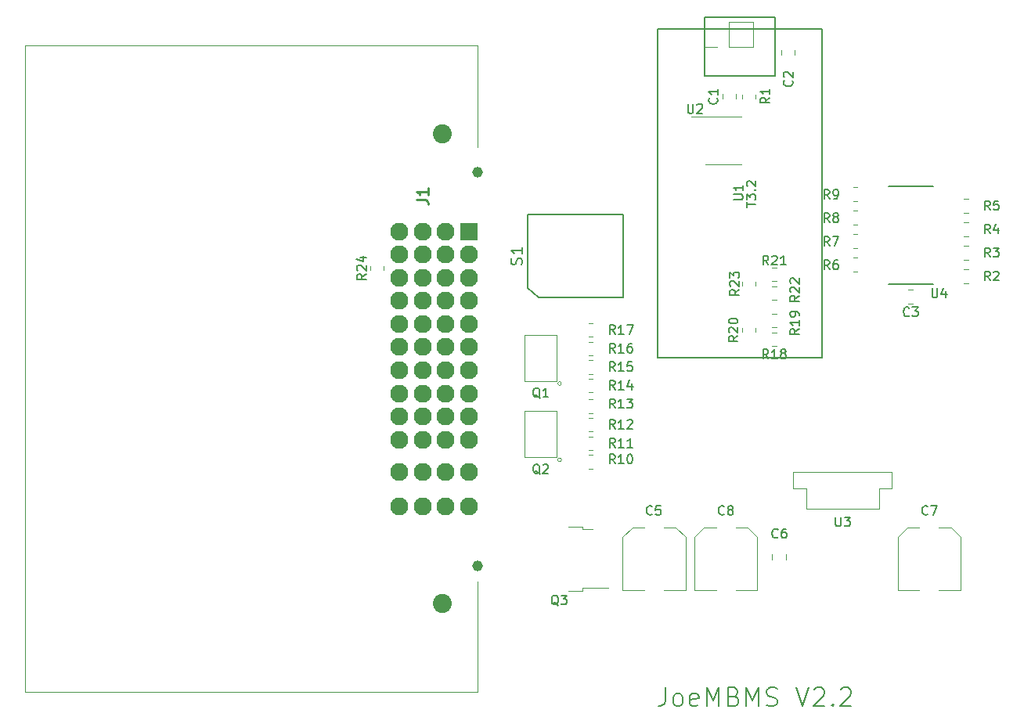
<source format=gbr>
%TF.GenerationSoftware,KiCad,Pcbnew,6.0.7+dfsg-1build1*%
%TF.CreationDate,2023-01-16T17:35:32+01:00*%
%TF.ProjectId,JoeMBMS_V2.2,4a6f654d-424d-4535-9f56-322e322e6b69,rev?*%
%TF.SameCoordinates,Original*%
%TF.FileFunction,Legend,Top*%
%TF.FilePolarity,Positive*%
%FSLAX46Y46*%
G04 Gerber Fmt 4.6, Leading zero omitted, Abs format (unit mm)*
G04 Created by KiCad (PCBNEW 6.0.7+dfsg-1build1) date 2023-01-16 17:35:32*
%MOMM*%
%LPD*%
G01*
G04 APERTURE LIST*
%ADD10C,0.150000*%
%ADD11C,0.254000*%
%ADD12C,0.120000*%
%ADD13C,0.152400*%
%ADD14C,0.100000*%
%ADD15R,1.950000X1.950000*%
%ADD16C,1.950000*%
%ADD17C,1.150000*%
%ADD18C,2.050000*%
G04 APERTURE END LIST*
D10*
X133960714Y-124429761D02*
X133960714Y-125858333D01*
X133865476Y-126144047D01*
X133675000Y-126334523D01*
X133389285Y-126429761D01*
X133198809Y-126429761D01*
X135198809Y-126429761D02*
X135008333Y-126334523D01*
X134913095Y-126239285D01*
X134817857Y-126048809D01*
X134817857Y-125477380D01*
X134913095Y-125286904D01*
X135008333Y-125191666D01*
X135198809Y-125096428D01*
X135484523Y-125096428D01*
X135675000Y-125191666D01*
X135770238Y-125286904D01*
X135865476Y-125477380D01*
X135865476Y-126048809D01*
X135770238Y-126239285D01*
X135675000Y-126334523D01*
X135484523Y-126429761D01*
X135198809Y-126429761D01*
X137484523Y-126334523D02*
X137294047Y-126429761D01*
X136913095Y-126429761D01*
X136722619Y-126334523D01*
X136627380Y-126144047D01*
X136627380Y-125382142D01*
X136722619Y-125191666D01*
X136913095Y-125096428D01*
X137294047Y-125096428D01*
X137484523Y-125191666D01*
X137579761Y-125382142D01*
X137579761Y-125572619D01*
X136627380Y-125763095D01*
X138436904Y-126429761D02*
X138436904Y-124429761D01*
X139103571Y-125858333D01*
X139770238Y-124429761D01*
X139770238Y-126429761D01*
X141389285Y-125382142D02*
X141675000Y-125477380D01*
X141770238Y-125572619D01*
X141865476Y-125763095D01*
X141865476Y-126048809D01*
X141770238Y-126239285D01*
X141675000Y-126334523D01*
X141484523Y-126429761D01*
X140722619Y-126429761D01*
X140722619Y-124429761D01*
X141389285Y-124429761D01*
X141579761Y-124525000D01*
X141675000Y-124620238D01*
X141770238Y-124810714D01*
X141770238Y-125001190D01*
X141675000Y-125191666D01*
X141579761Y-125286904D01*
X141389285Y-125382142D01*
X140722619Y-125382142D01*
X142722619Y-126429761D02*
X142722619Y-124429761D01*
X143389285Y-125858333D01*
X144055952Y-124429761D01*
X144055952Y-126429761D01*
X144913095Y-126334523D02*
X145198809Y-126429761D01*
X145675000Y-126429761D01*
X145865476Y-126334523D01*
X145960714Y-126239285D01*
X146055952Y-126048809D01*
X146055952Y-125858333D01*
X145960714Y-125667857D01*
X145865476Y-125572619D01*
X145675000Y-125477380D01*
X145294047Y-125382142D01*
X145103571Y-125286904D01*
X145008333Y-125191666D01*
X144913095Y-125001190D01*
X144913095Y-124810714D01*
X145008333Y-124620238D01*
X145103571Y-124525000D01*
X145294047Y-124429761D01*
X145770238Y-124429761D01*
X146055952Y-124525000D01*
X148151190Y-124429761D02*
X148817857Y-126429761D01*
X149484523Y-124429761D01*
X150055952Y-124620238D02*
X150151190Y-124525000D01*
X150341666Y-124429761D01*
X150817857Y-124429761D01*
X151008333Y-124525000D01*
X151103571Y-124620238D01*
X151198809Y-124810714D01*
X151198809Y-125001190D01*
X151103571Y-125286904D01*
X149960714Y-126429761D01*
X151198809Y-126429761D01*
X152055952Y-126239285D02*
X152151190Y-126334523D01*
X152055952Y-126429761D01*
X151960714Y-126334523D01*
X152055952Y-126239285D01*
X152055952Y-126429761D01*
X152913095Y-124620238D02*
X153008333Y-124525000D01*
X153198809Y-124429761D01*
X153675000Y-124429761D01*
X153865476Y-124525000D01*
X153960714Y-124620238D01*
X154055952Y-124810714D01*
X154055952Y-125001190D01*
X153960714Y-125286904D01*
X152817857Y-126429761D01*
X154055952Y-126429761D01*
%TO.C,C5*%
X132533333Y-105657142D02*
X132485714Y-105704761D01*
X132342857Y-105752380D01*
X132247619Y-105752380D01*
X132104761Y-105704761D01*
X132009523Y-105609523D01*
X131961904Y-105514285D01*
X131914285Y-105323809D01*
X131914285Y-105180952D01*
X131961904Y-104990476D01*
X132009523Y-104895238D01*
X132104761Y-104800000D01*
X132247619Y-104752380D01*
X132342857Y-104752380D01*
X132485714Y-104800000D01*
X132533333Y-104847619D01*
X133438095Y-104752380D02*
X132961904Y-104752380D01*
X132914285Y-105228571D01*
X132961904Y-105180952D01*
X133057142Y-105133333D01*
X133295238Y-105133333D01*
X133390476Y-105180952D01*
X133438095Y-105228571D01*
X133485714Y-105323809D01*
X133485714Y-105561904D01*
X133438095Y-105657142D01*
X133390476Y-105704761D01*
X133295238Y-105752380D01*
X133057142Y-105752380D01*
X132961904Y-105704761D01*
X132914285Y-105657142D01*
%TO.C,C6*%
X146133333Y-108157142D02*
X146085714Y-108204761D01*
X145942857Y-108252380D01*
X145847619Y-108252380D01*
X145704761Y-108204761D01*
X145609523Y-108109523D01*
X145561904Y-108014285D01*
X145514285Y-107823809D01*
X145514285Y-107680952D01*
X145561904Y-107490476D01*
X145609523Y-107395238D01*
X145704761Y-107300000D01*
X145847619Y-107252380D01*
X145942857Y-107252380D01*
X146085714Y-107300000D01*
X146133333Y-107347619D01*
X146990476Y-107252380D02*
X146800000Y-107252380D01*
X146704761Y-107300000D01*
X146657142Y-107347619D01*
X146561904Y-107490476D01*
X146514285Y-107680952D01*
X146514285Y-108061904D01*
X146561904Y-108157142D01*
X146609523Y-108204761D01*
X146704761Y-108252380D01*
X146895238Y-108252380D01*
X146990476Y-108204761D01*
X147038095Y-108157142D01*
X147085714Y-108061904D01*
X147085714Y-107823809D01*
X147038095Y-107728571D01*
X146990476Y-107680952D01*
X146895238Y-107633333D01*
X146704761Y-107633333D01*
X146609523Y-107680952D01*
X146561904Y-107728571D01*
X146514285Y-107823809D01*
%TO.C,R6*%
X151725333Y-79192380D02*
X151392000Y-78716190D01*
X151153904Y-79192380D02*
X151153904Y-78192380D01*
X151534857Y-78192380D01*
X151630095Y-78240000D01*
X151677714Y-78287619D01*
X151725333Y-78382857D01*
X151725333Y-78525714D01*
X151677714Y-78620952D01*
X151630095Y-78668571D01*
X151534857Y-78716190D01*
X151153904Y-78716190D01*
X152582476Y-78192380D02*
X152392000Y-78192380D01*
X152296761Y-78240000D01*
X152249142Y-78287619D01*
X152153904Y-78430476D01*
X152106285Y-78620952D01*
X152106285Y-79001904D01*
X152153904Y-79097142D01*
X152201523Y-79144761D01*
X152296761Y-79192380D01*
X152487238Y-79192380D01*
X152582476Y-79144761D01*
X152630095Y-79097142D01*
X152677714Y-79001904D01*
X152677714Y-78763809D01*
X152630095Y-78668571D01*
X152582476Y-78620952D01*
X152487238Y-78573333D01*
X152296761Y-78573333D01*
X152201523Y-78620952D01*
X152153904Y-78668571D01*
X152106285Y-78763809D01*
%TO.C,R18*%
X145107142Y-88852380D02*
X144773809Y-88376190D01*
X144535714Y-88852380D02*
X144535714Y-87852380D01*
X144916666Y-87852380D01*
X145011904Y-87900000D01*
X145059523Y-87947619D01*
X145107142Y-88042857D01*
X145107142Y-88185714D01*
X145059523Y-88280952D01*
X145011904Y-88328571D01*
X144916666Y-88376190D01*
X144535714Y-88376190D01*
X146059523Y-88852380D02*
X145488095Y-88852380D01*
X145773809Y-88852380D02*
X145773809Y-87852380D01*
X145678571Y-87995238D01*
X145583333Y-88090476D01*
X145488095Y-88138095D01*
X146630952Y-88280952D02*
X146535714Y-88233333D01*
X146488095Y-88185714D01*
X146440476Y-88090476D01*
X146440476Y-88042857D01*
X146488095Y-87947619D01*
X146535714Y-87900000D01*
X146630952Y-87852380D01*
X146821428Y-87852380D01*
X146916666Y-87900000D01*
X146964285Y-87947619D01*
X147011904Y-88042857D01*
X147011904Y-88090476D01*
X146964285Y-88185714D01*
X146916666Y-88233333D01*
X146821428Y-88280952D01*
X146630952Y-88280952D01*
X146535714Y-88328571D01*
X146488095Y-88376190D01*
X146440476Y-88471428D01*
X146440476Y-88661904D01*
X146488095Y-88757142D01*
X146535714Y-88804761D01*
X146630952Y-88852380D01*
X146821428Y-88852380D01*
X146916666Y-88804761D01*
X146964285Y-88757142D01*
X147011904Y-88661904D01*
X147011904Y-88471428D01*
X146964285Y-88376190D01*
X146916666Y-88328571D01*
X146821428Y-88280952D01*
%TO.C,U4*%
X162814095Y-81240380D02*
X162814095Y-82049904D01*
X162861714Y-82145142D01*
X162909333Y-82192761D01*
X163004571Y-82240380D01*
X163195047Y-82240380D01*
X163290285Y-82192761D01*
X163337904Y-82145142D01*
X163385523Y-82049904D01*
X163385523Y-81240380D01*
X164290285Y-81573714D02*
X164290285Y-82240380D01*
X164052190Y-81192761D02*
X163814095Y-81907047D01*
X164433142Y-81907047D01*
%TO.C,U3*%
X152378095Y-105992380D02*
X152378095Y-106801904D01*
X152425714Y-106897142D01*
X152473333Y-106944761D01*
X152568571Y-106992380D01*
X152759047Y-106992380D01*
X152854285Y-106944761D01*
X152901904Y-106897142D01*
X152949523Y-106801904D01*
X152949523Y-105992380D01*
X153330476Y-105992380D02*
X153949523Y-105992380D01*
X153616190Y-106373333D01*
X153759047Y-106373333D01*
X153854285Y-106420952D01*
X153901904Y-106468571D01*
X153949523Y-106563809D01*
X153949523Y-106801904D01*
X153901904Y-106897142D01*
X153854285Y-106944761D01*
X153759047Y-106992380D01*
X153473333Y-106992380D01*
X153378095Y-106944761D01*
X153330476Y-106897142D01*
%TO.C,R7*%
X151725333Y-76652380D02*
X151392000Y-76176190D01*
X151153904Y-76652380D02*
X151153904Y-75652380D01*
X151534857Y-75652380D01*
X151630095Y-75700000D01*
X151677714Y-75747619D01*
X151725333Y-75842857D01*
X151725333Y-75985714D01*
X151677714Y-76080952D01*
X151630095Y-76128571D01*
X151534857Y-76176190D01*
X151153904Y-76176190D01*
X152058666Y-75652380D02*
X152725333Y-75652380D01*
X152296761Y-76652380D01*
%TO.C,Q3*%
X122404761Y-115547619D02*
X122309523Y-115500000D01*
X122214285Y-115404761D01*
X122071428Y-115261904D01*
X121976190Y-115214285D01*
X121880952Y-115214285D01*
X121928571Y-115452380D02*
X121833333Y-115404761D01*
X121738095Y-115309523D01*
X121690476Y-115119047D01*
X121690476Y-114785714D01*
X121738095Y-114595238D01*
X121833333Y-114500000D01*
X121928571Y-114452380D01*
X122119047Y-114452380D01*
X122214285Y-114500000D01*
X122309523Y-114595238D01*
X122357142Y-114785714D01*
X122357142Y-115119047D01*
X122309523Y-115309523D01*
X122214285Y-115404761D01*
X122119047Y-115452380D01*
X121928571Y-115452380D01*
X122690476Y-114452380D02*
X123309523Y-114452380D01*
X122976190Y-114833333D01*
X123119047Y-114833333D01*
X123214285Y-114880952D01*
X123261904Y-114928571D01*
X123309523Y-115023809D01*
X123309523Y-115261904D01*
X123261904Y-115357142D01*
X123214285Y-115404761D01*
X123119047Y-115452380D01*
X122833333Y-115452380D01*
X122738095Y-115404761D01*
X122690476Y-115357142D01*
%TO.C,R9*%
X151725333Y-71572380D02*
X151392000Y-71096190D01*
X151153904Y-71572380D02*
X151153904Y-70572380D01*
X151534857Y-70572380D01*
X151630095Y-70620000D01*
X151677714Y-70667619D01*
X151725333Y-70762857D01*
X151725333Y-70905714D01*
X151677714Y-71000952D01*
X151630095Y-71048571D01*
X151534857Y-71096190D01*
X151153904Y-71096190D01*
X152201523Y-71572380D02*
X152392000Y-71572380D01*
X152487238Y-71524761D01*
X152534857Y-71477142D01*
X152630095Y-71334285D01*
X152677714Y-71143809D01*
X152677714Y-70762857D01*
X152630095Y-70667619D01*
X152582476Y-70620000D01*
X152487238Y-70572380D01*
X152296761Y-70572380D01*
X152201523Y-70620000D01*
X152153904Y-70667619D01*
X152106285Y-70762857D01*
X152106285Y-71000952D01*
X152153904Y-71096190D01*
X152201523Y-71143809D01*
X152296761Y-71191428D01*
X152487238Y-71191428D01*
X152582476Y-71143809D01*
X152630095Y-71096190D01*
X152677714Y-71000952D01*
%TO.C,R10*%
X128519642Y-100202380D02*
X128186309Y-99726190D01*
X127948214Y-100202380D02*
X127948214Y-99202380D01*
X128329166Y-99202380D01*
X128424404Y-99250000D01*
X128472023Y-99297619D01*
X128519642Y-99392857D01*
X128519642Y-99535714D01*
X128472023Y-99630952D01*
X128424404Y-99678571D01*
X128329166Y-99726190D01*
X127948214Y-99726190D01*
X129472023Y-100202380D02*
X128900595Y-100202380D01*
X129186309Y-100202380D02*
X129186309Y-99202380D01*
X129091071Y-99345238D01*
X128995833Y-99440476D01*
X128900595Y-99488095D01*
X130091071Y-99202380D02*
X130186309Y-99202380D01*
X130281547Y-99250000D01*
X130329166Y-99297619D01*
X130376785Y-99392857D01*
X130424404Y-99583333D01*
X130424404Y-99821428D01*
X130376785Y-100011904D01*
X130329166Y-100107142D01*
X130281547Y-100154761D01*
X130186309Y-100202380D01*
X130091071Y-100202380D01*
X129995833Y-100154761D01*
X129948214Y-100107142D01*
X129900595Y-100011904D01*
X129852976Y-99821428D01*
X129852976Y-99583333D01*
X129900595Y-99392857D01*
X129948214Y-99297619D01*
X129995833Y-99250000D01*
X130091071Y-99202380D01*
%TO.C,R3*%
X169083333Y-77857380D02*
X168750000Y-77381190D01*
X168511904Y-77857380D02*
X168511904Y-76857380D01*
X168892857Y-76857380D01*
X168988095Y-76905000D01*
X169035714Y-76952619D01*
X169083333Y-77047857D01*
X169083333Y-77190714D01*
X169035714Y-77285952D01*
X168988095Y-77333571D01*
X168892857Y-77381190D01*
X168511904Y-77381190D01*
X169416666Y-76857380D02*
X170035714Y-76857380D01*
X169702380Y-77238333D01*
X169845238Y-77238333D01*
X169940476Y-77285952D01*
X169988095Y-77333571D01*
X170035714Y-77428809D01*
X170035714Y-77666904D01*
X169988095Y-77762142D01*
X169940476Y-77809761D01*
X169845238Y-77857380D01*
X169559523Y-77857380D01*
X169464285Y-77809761D01*
X169416666Y-77762142D01*
%TO.C,Q2*%
X120404761Y-101357619D02*
X120309523Y-101310000D01*
X120214285Y-101214761D01*
X120071428Y-101071904D01*
X119976190Y-101024285D01*
X119880952Y-101024285D01*
X119928571Y-101262380D02*
X119833333Y-101214761D01*
X119738095Y-101119523D01*
X119690476Y-100929047D01*
X119690476Y-100595714D01*
X119738095Y-100405238D01*
X119833333Y-100310000D01*
X119928571Y-100262380D01*
X120119047Y-100262380D01*
X120214285Y-100310000D01*
X120309523Y-100405238D01*
X120357142Y-100595714D01*
X120357142Y-100929047D01*
X120309523Y-101119523D01*
X120214285Y-101214761D01*
X120119047Y-101262380D01*
X119928571Y-101262380D01*
X120738095Y-100357619D02*
X120785714Y-100310000D01*
X120880952Y-100262380D01*
X121119047Y-100262380D01*
X121214285Y-100310000D01*
X121261904Y-100357619D01*
X121309523Y-100452857D01*
X121309523Y-100548095D01*
X121261904Y-100690952D01*
X120690476Y-101262380D01*
X121309523Y-101262380D01*
%TO.C,R2*%
X169083333Y-80397380D02*
X168750000Y-79921190D01*
X168511904Y-80397380D02*
X168511904Y-79397380D01*
X168892857Y-79397380D01*
X168988095Y-79445000D01*
X169035714Y-79492619D01*
X169083333Y-79587857D01*
X169083333Y-79730714D01*
X169035714Y-79825952D01*
X168988095Y-79873571D01*
X168892857Y-79921190D01*
X168511904Y-79921190D01*
X169464285Y-79492619D02*
X169511904Y-79445000D01*
X169607142Y-79397380D01*
X169845238Y-79397380D01*
X169940476Y-79445000D01*
X169988095Y-79492619D01*
X170035714Y-79587857D01*
X170035714Y-79683095D01*
X169988095Y-79825952D01*
X169416666Y-80397380D01*
X170035714Y-80397380D01*
%TO.C,R24*%
X101602380Y-79692857D02*
X101126190Y-80026190D01*
X101602380Y-80264285D02*
X100602380Y-80264285D01*
X100602380Y-79883333D01*
X100650000Y-79788095D01*
X100697619Y-79740476D01*
X100792857Y-79692857D01*
X100935714Y-79692857D01*
X101030952Y-79740476D01*
X101078571Y-79788095D01*
X101126190Y-79883333D01*
X101126190Y-80264285D01*
X100697619Y-79311904D02*
X100650000Y-79264285D01*
X100602380Y-79169047D01*
X100602380Y-78930952D01*
X100650000Y-78835714D01*
X100697619Y-78788095D01*
X100792857Y-78740476D01*
X100888095Y-78740476D01*
X101030952Y-78788095D01*
X101602380Y-79359523D01*
X101602380Y-78740476D01*
X100935714Y-77883333D02*
X101602380Y-77883333D01*
X100554761Y-78121428D02*
X101269047Y-78359523D01*
X101269047Y-77740476D01*
%TO.C,C8*%
X140333333Y-105657142D02*
X140285714Y-105704761D01*
X140142857Y-105752380D01*
X140047619Y-105752380D01*
X139904761Y-105704761D01*
X139809523Y-105609523D01*
X139761904Y-105514285D01*
X139714285Y-105323809D01*
X139714285Y-105180952D01*
X139761904Y-104990476D01*
X139809523Y-104895238D01*
X139904761Y-104800000D01*
X140047619Y-104752380D01*
X140142857Y-104752380D01*
X140285714Y-104800000D01*
X140333333Y-104847619D01*
X140904761Y-105180952D02*
X140809523Y-105133333D01*
X140761904Y-105085714D01*
X140714285Y-104990476D01*
X140714285Y-104942857D01*
X140761904Y-104847619D01*
X140809523Y-104800000D01*
X140904761Y-104752380D01*
X141095238Y-104752380D01*
X141190476Y-104800000D01*
X141238095Y-104847619D01*
X141285714Y-104942857D01*
X141285714Y-104990476D01*
X141238095Y-105085714D01*
X141190476Y-105133333D01*
X141095238Y-105180952D01*
X140904761Y-105180952D01*
X140809523Y-105228571D01*
X140761904Y-105276190D01*
X140714285Y-105371428D01*
X140714285Y-105561904D01*
X140761904Y-105657142D01*
X140809523Y-105704761D01*
X140904761Y-105752380D01*
X141095238Y-105752380D01*
X141190476Y-105704761D01*
X141238095Y-105657142D01*
X141285714Y-105561904D01*
X141285714Y-105371428D01*
X141238095Y-105276190D01*
X141190476Y-105228571D01*
X141095238Y-105180952D01*
%TO.C,C2*%
X147657142Y-58766666D02*
X147704761Y-58814285D01*
X147752380Y-58957142D01*
X147752380Y-59052380D01*
X147704761Y-59195238D01*
X147609523Y-59290476D01*
X147514285Y-59338095D01*
X147323809Y-59385714D01*
X147180952Y-59385714D01*
X146990476Y-59338095D01*
X146895238Y-59290476D01*
X146800000Y-59195238D01*
X146752380Y-59052380D01*
X146752380Y-58957142D01*
X146800000Y-58814285D01*
X146847619Y-58766666D01*
X146847619Y-58385714D02*
X146800000Y-58338095D01*
X146752380Y-58242857D01*
X146752380Y-58004761D01*
X146800000Y-57909523D01*
X146847619Y-57861904D01*
X146942857Y-57814285D01*
X147038095Y-57814285D01*
X147180952Y-57861904D01*
X147752380Y-58433333D01*
X147752380Y-57814285D01*
%TO.C,R5*%
X169083333Y-72777380D02*
X168750000Y-72301190D01*
X168511904Y-72777380D02*
X168511904Y-71777380D01*
X168892857Y-71777380D01*
X168988095Y-71825000D01*
X169035714Y-71872619D01*
X169083333Y-71967857D01*
X169083333Y-72110714D01*
X169035714Y-72205952D01*
X168988095Y-72253571D01*
X168892857Y-72301190D01*
X168511904Y-72301190D01*
X169988095Y-71777380D02*
X169511904Y-71777380D01*
X169464285Y-72253571D01*
X169511904Y-72205952D01*
X169607142Y-72158333D01*
X169845238Y-72158333D01*
X169940476Y-72205952D01*
X169988095Y-72253571D01*
X170035714Y-72348809D01*
X170035714Y-72586904D01*
X169988095Y-72682142D01*
X169940476Y-72729761D01*
X169845238Y-72777380D01*
X169607142Y-72777380D01*
X169511904Y-72729761D01*
X169464285Y-72682142D01*
%TO.C,C3*%
X160333333Y-84187142D02*
X160285714Y-84234761D01*
X160142857Y-84282380D01*
X160047619Y-84282380D01*
X159904761Y-84234761D01*
X159809523Y-84139523D01*
X159761904Y-84044285D01*
X159714285Y-83853809D01*
X159714285Y-83710952D01*
X159761904Y-83520476D01*
X159809523Y-83425238D01*
X159904761Y-83330000D01*
X160047619Y-83282380D01*
X160142857Y-83282380D01*
X160285714Y-83330000D01*
X160333333Y-83377619D01*
X160666666Y-83282380D02*
X161285714Y-83282380D01*
X160952380Y-83663333D01*
X161095238Y-83663333D01*
X161190476Y-83710952D01*
X161238095Y-83758571D01*
X161285714Y-83853809D01*
X161285714Y-84091904D01*
X161238095Y-84187142D01*
X161190476Y-84234761D01*
X161095238Y-84282380D01*
X160809523Y-84282380D01*
X160714285Y-84234761D01*
X160666666Y-84187142D01*
%TO.C,R11*%
X128519642Y-98452380D02*
X128186309Y-97976190D01*
X127948214Y-98452380D02*
X127948214Y-97452380D01*
X128329166Y-97452380D01*
X128424404Y-97500000D01*
X128472023Y-97547619D01*
X128519642Y-97642857D01*
X128519642Y-97785714D01*
X128472023Y-97880952D01*
X128424404Y-97928571D01*
X128329166Y-97976190D01*
X127948214Y-97976190D01*
X129472023Y-98452380D02*
X128900595Y-98452380D01*
X129186309Y-98452380D02*
X129186309Y-97452380D01*
X129091071Y-97595238D01*
X128995833Y-97690476D01*
X128900595Y-97738095D01*
X130424404Y-98452380D02*
X129852976Y-98452380D01*
X130138690Y-98452380D02*
X130138690Y-97452380D01*
X130043452Y-97595238D01*
X129948214Y-97690476D01*
X129852976Y-97738095D01*
%TO.C,R13*%
X128519642Y-94202380D02*
X128186309Y-93726190D01*
X127948214Y-94202380D02*
X127948214Y-93202380D01*
X128329166Y-93202380D01*
X128424404Y-93250000D01*
X128472023Y-93297619D01*
X128519642Y-93392857D01*
X128519642Y-93535714D01*
X128472023Y-93630952D01*
X128424404Y-93678571D01*
X128329166Y-93726190D01*
X127948214Y-93726190D01*
X129472023Y-94202380D02*
X128900595Y-94202380D01*
X129186309Y-94202380D02*
X129186309Y-93202380D01*
X129091071Y-93345238D01*
X128995833Y-93440476D01*
X128900595Y-93488095D01*
X129805357Y-93202380D02*
X130424404Y-93202380D01*
X130091071Y-93583333D01*
X130233928Y-93583333D01*
X130329166Y-93630952D01*
X130376785Y-93678571D01*
X130424404Y-93773809D01*
X130424404Y-94011904D01*
X130376785Y-94107142D01*
X130329166Y-94154761D01*
X130233928Y-94202380D01*
X129948214Y-94202380D01*
X129852976Y-94154761D01*
X129805357Y-94107142D01*
%TO.C,R8*%
X151725333Y-74112380D02*
X151392000Y-73636190D01*
X151153904Y-74112380D02*
X151153904Y-73112380D01*
X151534857Y-73112380D01*
X151630095Y-73160000D01*
X151677714Y-73207619D01*
X151725333Y-73302857D01*
X151725333Y-73445714D01*
X151677714Y-73540952D01*
X151630095Y-73588571D01*
X151534857Y-73636190D01*
X151153904Y-73636190D01*
X152296761Y-73540952D02*
X152201523Y-73493333D01*
X152153904Y-73445714D01*
X152106285Y-73350476D01*
X152106285Y-73302857D01*
X152153904Y-73207619D01*
X152201523Y-73160000D01*
X152296761Y-73112380D01*
X152487238Y-73112380D01*
X152582476Y-73160000D01*
X152630095Y-73207619D01*
X152677714Y-73302857D01*
X152677714Y-73350476D01*
X152630095Y-73445714D01*
X152582476Y-73493333D01*
X152487238Y-73540952D01*
X152296761Y-73540952D01*
X152201523Y-73588571D01*
X152153904Y-73636190D01*
X152106285Y-73731428D01*
X152106285Y-73921904D01*
X152153904Y-74017142D01*
X152201523Y-74064761D01*
X152296761Y-74112380D01*
X152487238Y-74112380D01*
X152582476Y-74064761D01*
X152630095Y-74017142D01*
X152677714Y-73921904D01*
X152677714Y-73731428D01*
X152630095Y-73636190D01*
X152582476Y-73588571D01*
X152487238Y-73540952D01*
%TO.C,R20*%
X141802380Y-86392857D02*
X141326190Y-86726190D01*
X141802380Y-86964285D02*
X140802380Y-86964285D01*
X140802380Y-86583333D01*
X140850000Y-86488095D01*
X140897619Y-86440476D01*
X140992857Y-86392857D01*
X141135714Y-86392857D01*
X141230952Y-86440476D01*
X141278571Y-86488095D01*
X141326190Y-86583333D01*
X141326190Y-86964285D01*
X140897619Y-86011904D02*
X140850000Y-85964285D01*
X140802380Y-85869047D01*
X140802380Y-85630952D01*
X140850000Y-85535714D01*
X140897619Y-85488095D01*
X140992857Y-85440476D01*
X141088095Y-85440476D01*
X141230952Y-85488095D01*
X141802380Y-86059523D01*
X141802380Y-85440476D01*
X140802380Y-84821428D02*
X140802380Y-84726190D01*
X140850000Y-84630952D01*
X140897619Y-84583333D01*
X140992857Y-84535714D01*
X141183333Y-84488095D01*
X141421428Y-84488095D01*
X141611904Y-84535714D01*
X141707142Y-84583333D01*
X141754761Y-84630952D01*
X141802380Y-84726190D01*
X141802380Y-84821428D01*
X141754761Y-84916666D01*
X141707142Y-84964285D01*
X141611904Y-85011904D01*
X141421428Y-85059523D01*
X141183333Y-85059523D01*
X140992857Y-85011904D01*
X140897619Y-84964285D01*
X140850000Y-84916666D01*
X140802380Y-84821428D01*
%TO.C,R12*%
X128519642Y-96452380D02*
X128186309Y-95976190D01*
X127948214Y-96452380D02*
X127948214Y-95452380D01*
X128329166Y-95452380D01*
X128424404Y-95500000D01*
X128472023Y-95547619D01*
X128519642Y-95642857D01*
X128519642Y-95785714D01*
X128472023Y-95880952D01*
X128424404Y-95928571D01*
X128329166Y-95976190D01*
X127948214Y-95976190D01*
X129472023Y-96452380D02*
X128900595Y-96452380D01*
X129186309Y-96452380D02*
X129186309Y-95452380D01*
X129091071Y-95595238D01*
X128995833Y-95690476D01*
X128900595Y-95738095D01*
X129852976Y-95547619D02*
X129900595Y-95500000D01*
X129995833Y-95452380D01*
X130233928Y-95452380D01*
X130329166Y-95500000D01*
X130376785Y-95547619D01*
X130424404Y-95642857D01*
X130424404Y-95738095D01*
X130376785Y-95880952D01*
X129805357Y-96452380D01*
X130424404Y-96452380D01*
%TO.C,R23*%
X141952380Y-81392857D02*
X141476190Y-81726190D01*
X141952380Y-81964285D02*
X140952380Y-81964285D01*
X140952380Y-81583333D01*
X141000000Y-81488095D01*
X141047619Y-81440476D01*
X141142857Y-81392857D01*
X141285714Y-81392857D01*
X141380952Y-81440476D01*
X141428571Y-81488095D01*
X141476190Y-81583333D01*
X141476190Y-81964285D01*
X141047619Y-81011904D02*
X141000000Y-80964285D01*
X140952380Y-80869047D01*
X140952380Y-80630952D01*
X141000000Y-80535714D01*
X141047619Y-80488095D01*
X141142857Y-80440476D01*
X141238095Y-80440476D01*
X141380952Y-80488095D01*
X141952380Y-81059523D01*
X141952380Y-80440476D01*
X140952380Y-80107142D02*
X140952380Y-79488095D01*
X141333333Y-79821428D01*
X141333333Y-79678571D01*
X141380952Y-79583333D01*
X141428571Y-79535714D01*
X141523809Y-79488095D01*
X141761904Y-79488095D01*
X141857142Y-79535714D01*
X141904761Y-79583333D01*
X141952380Y-79678571D01*
X141952380Y-79964285D01*
X141904761Y-80059523D01*
X141857142Y-80107142D01*
%TO.C,R1*%
X145252380Y-60616666D02*
X144776190Y-60950000D01*
X145252380Y-61188095D02*
X144252380Y-61188095D01*
X144252380Y-60807142D01*
X144300000Y-60711904D01*
X144347619Y-60664285D01*
X144442857Y-60616666D01*
X144585714Y-60616666D01*
X144680952Y-60664285D01*
X144728571Y-60711904D01*
X144776190Y-60807142D01*
X144776190Y-61188095D01*
X145252380Y-59664285D02*
X145252380Y-60235714D01*
X145252380Y-59950000D02*
X144252380Y-59950000D01*
X144395238Y-60045238D01*
X144490476Y-60140476D01*
X144538095Y-60235714D01*
%TO.C,C7*%
X162333333Y-105657142D02*
X162285714Y-105704761D01*
X162142857Y-105752380D01*
X162047619Y-105752380D01*
X161904761Y-105704761D01*
X161809523Y-105609523D01*
X161761904Y-105514285D01*
X161714285Y-105323809D01*
X161714285Y-105180952D01*
X161761904Y-104990476D01*
X161809523Y-104895238D01*
X161904761Y-104800000D01*
X162047619Y-104752380D01*
X162142857Y-104752380D01*
X162285714Y-104800000D01*
X162333333Y-104847619D01*
X162666666Y-104752380D02*
X163333333Y-104752380D01*
X162904761Y-105752380D01*
D11*
%TO.C,J1*%
X107054523Y-71673333D02*
X107961666Y-71673333D01*
X108143095Y-71733809D01*
X108264047Y-71854761D01*
X108324523Y-72036190D01*
X108324523Y-72157142D01*
X108324523Y-70403333D02*
X108324523Y-71129047D01*
X108324523Y-70766190D02*
X107054523Y-70766190D01*
X107235952Y-70887142D01*
X107356904Y-71008095D01*
X107417380Y-71129047D01*
D10*
%TO.C,R4*%
X169083333Y-75317380D02*
X168750000Y-74841190D01*
X168511904Y-75317380D02*
X168511904Y-74317380D01*
X168892857Y-74317380D01*
X168988095Y-74365000D01*
X169035714Y-74412619D01*
X169083333Y-74507857D01*
X169083333Y-74650714D01*
X169035714Y-74745952D01*
X168988095Y-74793571D01*
X168892857Y-74841190D01*
X168511904Y-74841190D01*
X169940476Y-74650714D02*
X169940476Y-75317380D01*
X169702380Y-74269761D02*
X169464285Y-74984047D01*
X170083333Y-74984047D01*
%TO.C,R21*%
X145107142Y-78702380D02*
X144773809Y-78226190D01*
X144535714Y-78702380D02*
X144535714Y-77702380D01*
X144916666Y-77702380D01*
X145011904Y-77750000D01*
X145059523Y-77797619D01*
X145107142Y-77892857D01*
X145107142Y-78035714D01*
X145059523Y-78130952D01*
X145011904Y-78178571D01*
X144916666Y-78226190D01*
X144535714Y-78226190D01*
X145488095Y-77797619D02*
X145535714Y-77750000D01*
X145630952Y-77702380D01*
X145869047Y-77702380D01*
X145964285Y-77750000D01*
X146011904Y-77797619D01*
X146059523Y-77892857D01*
X146059523Y-77988095D01*
X146011904Y-78130952D01*
X145440476Y-78702380D01*
X146059523Y-78702380D01*
X147011904Y-78702380D02*
X146440476Y-78702380D01*
X146726190Y-78702380D02*
X146726190Y-77702380D01*
X146630952Y-77845238D01*
X146535714Y-77940476D01*
X146440476Y-77988095D01*
%TO.C,R22*%
X148452380Y-82042857D02*
X147976190Y-82376190D01*
X148452380Y-82614285D02*
X147452380Y-82614285D01*
X147452380Y-82233333D01*
X147500000Y-82138095D01*
X147547619Y-82090476D01*
X147642857Y-82042857D01*
X147785714Y-82042857D01*
X147880952Y-82090476D01*
X147928571Y-82138095D01*
X147976190Y-82233333D01*
X147976190Y-82614285D01*
X147547619Y-81661904D02*
X147500000Y-81614285D01*
X147452380Y-81519047D01*
X147452380Y-81280952D01*
X147500000Y-81185714D01*
X147547619Y-81138095D01*
X147642857Y-81090476D01*
X147738095Y-81090476D01*
X147880952Y-81138095D01*
X148452380Y-81709523D01*
X148452380Y-81090476D01*
X147547619Y-80709523D02*
X147500000Y-80661904D01*
X147452380Y-80566666D01*
X147452380Y-80328571D01*
X147500000Y-80233333D01*
X147547619Y-80185714D01*
X147642857Y-80138095D01*
X147738095Y-80138095D01*
X147880952Y-80185714D01*
X148452380Y-80757142D01*
X148452380Y-80138095D01*
%TO.C,R15*%
X128519642Y-90202380D02*
X128186309Y-89726190D01*
X127948214Y-90202380D02*
X127948214Y-89202380D01*
X128329166Y-89202380D01*
X128424404Y-89250000D01*
X128472023Y-89297619D01*
X128519642Y-89392857D01*
X128519642Y-89535714D01*
X128472023Y-89630952D01*
X128424404Y-89678571D01*
X128329166Y-89726190D01*
X127948214Y-89726190D01*
X129472023Y-90202380D02*
X128900595Y-90202380D01*
X129186309Y-90202380D02*
X129186309Y-89202380D01*
X129091071Y-89345238D01*
X128995833Y-89440476D01*
X128900595Y-89488095D01*
X130376785Y-89202380D02*
X129900595Y-89202380D01*
X129852976Y-89678571D01*
X129900595Y-89630952D01*
X129995833Y-89583333D01*
X130233928Y-89583333D01*
X130329166Y-89630952D01*
X130376785Y-89678571D01*
X130424404Y-89773809D01*
X130424404Y-90011904D01*
X130376785Y-90107142D01*
X130329166Y-90154761D01*
X130233928Y-90202380D01*
X129995833Y-90202380D01*
X129900595Y-90154761D01*
X129852976Y-90107142D01*
%TO.C,Q1*%
X120404761Y-93107619D02*
X120309523Y-93060000D01*
X120214285Y-92964761D01*
X120071428Y-92821904D01*
X119976190Y-92774285D01*
X119880952Y-92774285D01*
X119928571Y-93012380D02*
X119833333Y-92964761D01*
X119738095Y-92869523D01*
X119690476Y-92679047D01*
X119690476Y-92345714D01*
X119738095Y-92155238D01*
X119833333Y-92060000D01*
X119928571Y-92012380D01*
X120119047Y-92012380D01*
X120214285Y-92060000D01*
X120309523Y-92155238D01*
X120357142Y-92345714D01*
X120357142Y-92679047D01*
X120309523Y-92869523D01*
X120214285Y-92964761D01*
X120119047Y-93012380D01*
X119928571Y-93012380D01*
X121309523Y-93012380D02*
X120738095Y-93012380D01*
X121023809Y-93012380D02*
X121023809Y-92012380D01*
X120928571Y-92155238D01*
X120833333Y-92250476D01*
X120738095Y-92298095D01*
%TO.C,R14*%
X128519642Y-92202380D02*
X128186309Y-91726190D01*
X127948214Y-92202380D02*
X127948214Y-91202380D01*
X128329166Y-91202380D01*
X128424404Y-91250000D01*
X128472023Y-91297619D01*
X128519642Y-91392857D01*
X128519642Y-91535714D01*
X128472023Y-91630952D01*
X128424404Y-91678571D01*
X128329166Y-91726190D01*
X127948214Y-91726190D01*
X129472023Y-92202380D02*
X128900595Y-92202380D01*
X129186309Y-92202380D02*
X129186309Y-91202380D01*
X129091071Y-91345238D01*
X128995833Y-91440476D01*
X128900595Y-91488095D01*
X130329166Y-91535714D02*
X130329166Y-92202380D01*
X130091071Y-91154761D02*
X129852976Y-91869047D01*
X130472023Y-91869047D01*
%TO.C,R17*%
X128519642Y-86202380D02*
X128186309Y-85726190D01*
X127948214Y-86202380D02*
X127948214Y-85202380D01*
X128329166Y-85202380D01*
X128424404Y-85250000D01*
X128472023Y-85297619D01*
X128519642Y-85392857D01*
X128519642Y-85535714D01*
X128472023Y-85630952D01*
X128424404Y-85678571D01*
X128329166Y-85726190D01*
X127948214Y-85726190D01*
X129472023Y-86202380D02*
X128900595Y-86202380D01*
X129186309Y-86202380D02*
X129186309Y-85202380D01*
X129091071Y-85345238D01*
X128995833Y-85440476D01*
X128900595Y-85488095D01*
X129805357Y-85202380D02*
X130472023Y-85202380D01*
X130043452Y-86202380D01*
%TO.C,R16*%
X128519642Y-88202380D02*
X128186309Y-87726190D01*
X127948214Y-88202380D02*
X127948214Y-87202380D01*
X128329166Y-87202380D01*
X128424404Y-87250000D01*
X128472023Y-87297619D01*
X128519642Y-87392857D01*
X128519642Y-87535714D01*
X128472023Y-87630952D01*
X128424404Y-87678571D01*
X128329166Y-87726190D01*
X127948214Y-87726190D01*
X129472023Y-88202380D02*
X128900595Y-88202380D01*
X129186309Y-88202380D02*
X129186309Y-87202380D01*
X129091071Y-87345238D01*
X128995833Y-87440476D01*
X128900595Y-87488095D01*
X130329166Y-87202380D02*
X130138690Y-87202380D01*
X130043452Y-87250000D01*
X129995833Y-87297619D01*
X129900595Y-87440476D01*
X129852976Y-87630952D01*
X129852976Y-88011904D01*
X129900595Y-88107142D01*
X129948214Y-88154761D01*
X130043452Y-88202380D01*
X130233928Y-88202380D01*
X130329166Y-88154761D01*
X130376785Y-88107142D01*
X130424404Y-88011904D01*
X130424404Y-87773809D01*
X130376785Y-87678571D01*
X130329166Y-87630952D01*
X130233928Y-87583333D01*
X130043452Y-87583333D01*
X129948214Y-87630952D01*
X129900595Y-87678571D01*
X129852976Y-87773809D01*
%TO.C,S1*%
X118400714Y-78664285D02*
X118457857Y-78492857D01*
X118457857Y-78207142D01*
X118400714Y-78092857D01*
X118343571Y-78035714D01*
X118229285Y-77978571D01*
X118115000Y-77978571D01*
X118000714Y-78035714D01*
X117943571Y-78092857D01*
X117886428Y-78207142D01*
X117829285Y-78435714D01*
X117772142Y-78550000D01*
X117715000Y-78607142D01*
X117600714Y-78664285D01*
X117486428Y-78664285D01*
X117372142Y-78607142D01*
X117315000Y-78550000D01*
X117257857Y-78435714D01*
X117257857Y-78150000D01*
X117315000Y-77978571D01*
X118457857Y-76835714D02*
X118457857Y-77521428D01*
X118457857Y-77178571D02*
X117257857Y-77178571D01*
X117429285Y-77292857D01*
X117543571Y-77407142D01*
X117600714Y-77521428D01*
%TO.C,C1*%
X139557142Y-60666666D02*
X139604761Y-60714285D01*
X139652380Y-60857142D01*
X139652380Y-60952380D01*
X139604761Y-61095238D01*
X139509523Y-61190476D01*
X139414285Y-61238095D01*
X139223809Y-61285714D01*
X139080952Y-61285714D01*
X138890476Y-61238095D01*
X138795238Y-61190476D01*
X138700000Y-61095238D01*
X138652380Y-60952380D01*
X138652380Y-60857142D01*
X138700000Y-60714285D01*
X138747619Y-60666666D01*
X139652380Y-59714285D02*
X139652380Y-60285714D01*
X139652380Y-60000000D02*
X138652380Y-60000000D01*
X138795238Y-60095238D01*
X138890476Y-60190476D01*
X138938095Y-60285714D01*
%TO.C,R19*%
X148452380Y-85642857D02*
X147976190Y-85976190D01*
X148452380Y-86214285D02*
X147452380Y-86214285D01*
X147452380Y-85833333D01*
X147500000Y-85738095D01*
X147547619Y-85690476D01*
X147642857Y-85642857D01*
X147785714Y-85642857D01*
X147880952Y-85690476D01*
X147928571Y-85738095D01*
X147976190Y-85833333D01*
X147976190Y-86214285D01*
X148452380Y-84690476D02*
X148452380Y-85261904D01*
X148452380Y-84976190D02*
X147452380Y-84976190D01*
X147595238Y-85071428D01*
X147690476Y-85166666D01*
X147738095Y-85261904D01*
X148452380Y-84214285D02*
X148452380Y-84023809D01*
X148404761Y-83928571D01*
X148357142Y-83880952D01*
X148214285Y-83785714D01*
X148023809Y-83738095D01*
X147642857Y-83738095D01*
X147547619Y-83785714D01*
X147500000Y-83833333D01*
X147452380Y-83928571D01*
X147452380Y-84119047D01*
X147500000Y-84214285D01*
X147547619Y-84261904D01*
X147642857Y-84309523D01*
X147880952Y-84309523D01*
X147976190Y-84261904D01*
X148023809Y-84214285D01*
X148071428Y-84119047D01*
X148071428Y-83928571D01*
X148023809Y-83833333D01*
X147976190Y-83785714D01*
X147880952Y-83738095D01*
%TO.C,U1*%
X141352380Y-71661904D02*
X142161904Y-71661904D01*
X142257142Y-71614285D01*
X142304761Y-71566666D01*
X142352380Y-71471428D01*
X142352380Y-71280952D01*
X142304761Y-71185714D01*
X142257142Y-71138095D01*
X142161904Y-71090476D01*
X141352380Y-71090476D01*
X142352380Y-70090476D02*
X142352380Y-70661904D01*
X142352380Y-70376190D02*
X141352380Y-70376190D01*
X141495238Y-70471428D01*
X141590476Y-70566666D01*
X141638095Y-70661904D01*
X142752380Y-72476190D02*
X142752380Y-71904761D01*
X143752380Y-72190476D02*
X142752380Y-72190476D01*
X142752380Y-71666666D02*
X142752380Y-71047619D01*
X143133333Y-71380952D01*
X143133333Y-71238095D01*
X143180952Y-71142857D01*
X143228571Y-71095238D01*
X143323809Y-71047619D01*
X143561904Y-71047619D01*
X143657142Y-71095238D01*
X143704761Y-71142857D01*
X143752380Y-71238095D01*
X143752380Y-71523809D01*
X143704761Y-71619047D01*
X143657142Y-71666666D01*
X143657142Y-70619047D02*
X143704761Y-70571428D01*
X143752380Y-70619047D01*
X143704761Y-70666666D01*
X143657142Y-70619047D01*
X143752380Y-70619047D01*
X142847619Y-70190476D02*
X142800000Y-70142857D01*
X142752380Y-70047619D01*
X142752380Y-69809523D01*
X142800000Y-69714285D01*
X142847619Y-69666666D01*
X142942857Y-69619047D01*
X143038095Y-69619047D01*
X143180952Y-69666666D01*
X143752380Y-70238095D01*
X143752380Y-69619047D01*
%TO.C,U2*%
X136398095Y-61302380D02*
X136398095Y-62111904D01*
X136445714Y-62207142D01*
X136493333Y-62254761D01*
X136588571Y-62302380D01*
X136779047Y-62302380D01*
X136874285Y-62254761D01*
X136921904Y-62207142D01*
X136969523Y-62111904D01*
X136969523Y-61302380D01*
X137398095Y-61397619D02*
X137445714Y-61350000D01*
X137540952Y-61302380D01*
X137779047Y-61302380D01*
X137874285Y-61350000D01*
X137921904Y-61397619D01*
X137969523Y-61492857D01*
X137969523Y-61588095D01*
X137921904Y-61730952D01*
X137350476Y-62302380D01*
X137969523Y-62302380D01*
D12*
%TO.C,C5*%
X136160000Y-108154437D02*
X136160000Y-113910000D01*
X129340000Y-108154437D02*
X129340000Y-113910000D01*
X135095563Y-107090000D02*
X133810000Y-107090000D01*
X130404437Y-107090000D02*
X129340000Y-108154437D01*
X129340000Y-113910000D02*
X131690000Y-113910000D01*
X130404437Y-107090000D02*
X131690000Y-107090000D01*
X136160000Y-113910000D02*
X133810000Y-113910000D01*
X135095563Y-107090000D02*
X136160000Y-108154437D01*
%TO.C,C6*%
X145515000Y-110561252D02*
X145515000Y-110038748D01*
X146985000Y-110561252D02*
X146985000Y-110038748D01*
%TO.C,R6*%
X154727064Y-79410000D02*
X154272936Y-79410000D01*
X154727064Y-77940000D02*
X154272936Y-77940000D01*
%TO.C,R18*%
X145977064Y-87485000D02*
X145522936Y-87485000D01*
X145977064Y-86015000D02*
X145522936Y-86015000D01*
D13*
%TO.C,U4*%
X162900300Y-70216800D02*
X158099700Y-70216800D01*
X158099700Y-80783200D02*
X162900300Y-80783200D01*
D12*
%TO.C,U3*%
X158480000Y-102850000D02*
X158480000Y-101080000D01*
X157080000Y-102860000D02*
X157080000Y-105100000D01*
X147810000Y-101080000D02*
X147810000Y-102860000D01*
X158480000Y-101080000D02*
X147810000Y-101080000D01*
X157080000Y-105100000D02*
X149200000Y-105100000D01*
X149200000Y-102860000D02*
X147810000Y-102860000D01*
X158480000Y-102860000D02*
X157080000Y-102860000D01*
X149200000Y-105100000D02*
X149200000Y-102860000D01*
%TO.C,R7*%
X154727064Y-76870000D02*
X154272936Y-76870000D01*
X154727064Y-75400000D02*
X154272936Y-75400000D01*
%TO.C,Q3*%
X123470000Y-113950000D02*
X124970000Y-113950000D01*
X124970000Y-107320000D02*
X126070000Y-107320000D01*
X123470000Y-107050000D02*
X124970000Y-107050000D01*
X124970000Y-113680000D02*
X127800000Y-113680000D01*
X124970000Y-113950000D02*
X124970000Y-113680000D01*
X124970000Y-107050000D02*
X124970000Y-107320000D01*
%TO.C,R9*%
X154727064Y-71790000D02*
X154272936Y-71790000D01*
X154727064Y-70320000D02*
X154272936Y-70320000D01*
%TO.C,R10*%
X126139564Y-100735000D02*
X125685436Y-100735000D01*
X126139564Y-99265000D02*
X125685436Y-99265000D01*
%TO.C,R3*%
X166727064Y-76670000D02*
X166272936Y-76670000D01*
X166727064Y-78140000D02*
X166272936Y-78140000D01*
%TO.C,Q2*%
X122220000Y-94500000D02*
X118780000Y-94500000D01*
X118780000Y-94500000D02*
X118780000Y-99500000D01*
X122220000Y-94500000D02*
X122220000Y-99500000D01*
X122220000Y-99500000D02*
X118780000Y-99500000D01*
X122732000Y-99794000D02*
G75*
G03*
X122732000Y-99794000I-200000J0D01*
G01*
%TO.C,R2*%
X166727064Y-80680000D02*
X166272936Y-80680000D01*
X166727064Y-79210000D02*
X166272936Y-79210000D01*
%TO.C,R24*%
X102065000Y-79277064D02*
X102065000Y-78822936D01*
X103535000Y-79277064D02*
X103535000Y-78822936D01*
%TO.C,C8*%
X143910000Y-113910000D02*
X141560000Y-113910000D01*
X138154437Y-107090000D02*
X137090000Y-108154437D01*
X137090000Y-108154437D02*
X137090000Y-113910000D01*
X137090000Y-113910000D02*
X139440000Y-113910000D01*
X142845563Y-107090000D02*
X143910000Y-108154437D01*
X142845563Y-107090000D02*
X141560000Y-107090000D01*
X138154437Y-107090000D02*
X139440000Y-107090000D01*
X143910000Y-108154437D02*
X143910000Y-113910000D01*
%TO.C,C2*%
X146515000Y-56011252D02*
X146515000Y-55488748D01*
X147985000Y-56011252D02*
X147985000Y-55488748D01*
%TO.C,R5*%
X166727064Y-73060000D02*
X166272936Y-73060000D01*
X166727064Y-71590000D02*
X166272936Y-71590000D01*
%TO.C,C3*%
X160761252Y-81415000D02*
X160238748Y-81415000D01*
X160761252Y-82885000D02*
X160238748Y-82885000D01*
%TO.C,R11*%
X126139564Y-97265000D02*
X125685436Y-97265000D01*
X126139564Y-98735000D02*
X125685436Y-98735000D01*
%TO.C,R13*%
X126139564Y-93265000D02*
X125685436Y-93265000D01*
X126139564Y-94735000D02*
X125685436Y-94735000D01*
%TO.C,R8*%
X154727064Y-72860000D02*
X154272936Y-72860000D01*
X154727064Y-74330000D02*
X154272936Y-74330000D01*
%TO.C,R20*%
X143735000Y-85977064D02*
X143735000Y-85522936D01*
X142265000Y-85977064D02*
X142265000Y-85522936D01*
%TO.C,R12*%
X126139564Y-96735000D02*
X125685436Y-96735000D01*
X126139564Y-95265000D02*
X125685436Y-95265000D01*
%TO.C,R23*%
X143735000Y-80522936D02*
X143735000Y-80977064D01*
X142265000Y-80522936D02*
X142265000Y-80977064D01*
%TO.C,R1*%
X143735000Y-60272936D02*
X143735000Y-60727064D01*
X142265000Y-60272936D02*
X142265000Y-60727064D01*
%TO.C,C7*%
X160154437Y-107090000D02*
X161440000Y-107090000D01*
X164845563Y-107090000D02*
X163560000Y-107090000D01*
X160154437Y-107090000D02*
X159090000Y-108154437D01*
X159090000Y-108154437D02*
X159090000Y-113910000D01*
X164845563Y-107090000D02*
X165910000Y-108154437D01*
X165910000Y-108154437D02*
X165910000Y-113910000D01*
X159090000Y-113910000D02*
X161440000Y-113910000D01*
X165910000Y-113910000D02*
X163560000Y-113910000D01*
D14*
%TO.C,J1*%
X113700000Y-124900000D02*
X113700000Y-112950000D01*
X113700000Y-65950000D02*
X113700000Y-55000000D01*
X113700000Y-55000000D02*
X64700000Y-55000000D01*
X64700000Y-55000000D02*
X64700000Y-124900000D01*
X64700000Y-124900000D02*
X113700000Y-124900000D01*
D12*
%TO.C,R4*%
X166727064Y-75600000D02*
X166272936Y-75600000D01*
X166727064Y-74130000D02*
X166272936Y-74130000D01*
%TO.C,R21*%
X145977064Y-79015000D02*
X145522936Y-79015000D01*
X145977064Y-80485000D02*
X145522936Y-80485000D01*
%TO.C,R22*%
X145522936Y-82485000D02*
X145977064Y-82485000D01*
X145522936Y-81015000D02*
X145977064Y-81015000D01*
%TO.C,R15*%
X126139564Y-89015000D02*
X125685436Y-89015000D01*
X126139564Y-90485000D02*
X125685436Y-90485000D01*
%TO.C,Q1*%
X118780000Y-86250000D02*
X118780000Y-91250000D01*
X122220000Y-91250000D02*
X118780000Y-91250000D01*
X122220000Y-86250000D02*
X118780000Y-86250000D01*
X122220000Y-86250000D02*
X122220000Y-91250000D01*
X122732000Y-91544000D02*
G75*
G03*
X122732000Y-91544000I-200000J0D01*
G01*
%TO.C,R14*%
X126139564Y-91015000D02*
X125685436Y-91015000D01*
X126139564Y-92485000D02*
X125685436Y-92485000D01*
%TO.C,R17*%
X126139564Y-85015000D02*
X125685436Y-85015000D01*
X126139564Y-86485000D02*
X125685436Y-86485000D01*
%TO.C,R16*%
X126139564Y-87015000D02*
X125685436Y-87015000D01*
X126139564Y-88485000D02*
X125685436Y-88485000D01*
D10*
%TO.C,S1*%
X129385000Y-82250000D02*
X129385000Y-73250000D01*
X120250000Y-73250000D02*
X119115000Y-73250000D01*
X129385000Y-82250000D02*
X120250000Y-82250000D01*
X129385000Y-73250000D02*
X120115000Y-73250000D01*
X119115000Y-73250000D02*
X119115000Y-81250000D01*
X120250000Y-82250000D02*
X119115000Y-81250000D01*
D12*
%TO.C,C1*%
X140165000Y-60238748D02*
X140165000Y-60761252D01*
X141635000Y-60238748D02*
X141635000Y-60761252D01*
%TO.C,R19*%
X145522936Y-84015000D02*
X145977064Y-84015000D01*
X145522936Y-85485000D02*
X145977064Y-85485000D01*
D10*
%TO.C,U1*%
X138190000Y-51950000D02*
X145810000Y-51950000D01*
X138190000Y-58300000D02*
X145810000Y-58300000D01*
X145810000Y-51950000D02*
X145810000Y-53220000D01*
X133110000Y-53220000D02*
X150890000Y-53220000D01*
X138190000Y-53220000D02*
X138190000Y-51950000D01*
X150890000Y-88780000D02*
X133110000Y-88780000D01*
X150890000Y-53220000D02*
X150890000Y-88780000D01*
X145810000Y-58300000D02*
X145810000Y-53220000D01*
X133110000Y-88780000D02*
X133110000Y-53220000D01*
X138190000Y-58300000D02*
X138190000Y-53220000D01*
D12*
%TO.C,REF\u002A\u002A*%
X140820000Y-52445000D02*
X143420000Y-52445000D01*
X140820000Y-55105000D02*
X143420000Y-55105000D01*
X140820000Y-55105000D02*
X140820000Y-52445000D01*
X139550000Y-55105000D02*
X138220000Y-55105000D01*
X138220000Y-55105000D02*
X138220000Y-53775000D01*
X143420000Y-55105000D02*
X143420000Y-52445000D01*
%TO.C,U2*%
X140225000Y-67810000D02*
X138275000Y-67810000D01*
X140225000Y-62690000D02*
X136775000Y-62690000D01*
X140225000Y-67810000D02*
X142175000Y-67810000D01*
X140225000Y-62690000D02*
X142175000Y-62690000D01*
%TD*%
D15*
%TO.C,J1*%
X112700000Y-75100000D03*
D16*
X110200000Y-75100000D03*
X107700000Y-75100000D03*
X105200000Y-75100000D03*
X112700000Y-77600000D03*
X110200000Y-77600000D03*
X107700000Y-77600000D03*
X105200000Y-77600000D03*
X112700000Y-80100000D03*
X110200000Y-80100000D03*
X107700000Y-80100000D03*
X105200000Y-80100000D03*
X112700000Y-82600000D03*
X110200000Y-82600000D03*
X107700000Y-82600000D03*
X105200000Y-82600000D03*
X112700000Y-85100000D03*
X110200000Y-85100000D03*
X107700000Y-85100000D03*
X105200000Y-85100000D03*
X112700000Y-87600000D03*
X110200000Y-87600000D03*
X107700000Y-87600000D03*
X105200000Y-87600000D03*
X112700000Y-90100000D03*
X110200000Y-90100000D03*
X107700000Y-90100000D03*
X105200000Y-90100000D03*
X112700000Y-92600000D03*
X110200000Y-92600000D03*
X107700000Y-92600000D03*
X105200000Y-92600000D03*
X112700000Y-95100000D03*
X110200000Y-95100000D03*
X107700000Y-95100000D03*
X105200000Y-95100000D03*
X112700000Y-97600000D03*
X110200000Y-97600000D03*
X107700000Y-97600000D03*
X105200000Y-97600000D03*
X112700000Y-101100000D03*
X110200000Y-101100000D03*
X107700000Y-101100000D03*
X105200000Y-101100000D03*
X112700000Y-104800000D03*
X110200000Y-104800000D03*
X107700000Y-104800000D03*
X105200000Y-104800000D03*
D17*
X113700000Y-68650000D03*
X113700000Y-111250000D03*
D18*
X109850000Y-64550000D03*
X109850000Y-115350000D03*
%TD*%
M02*

</source>
